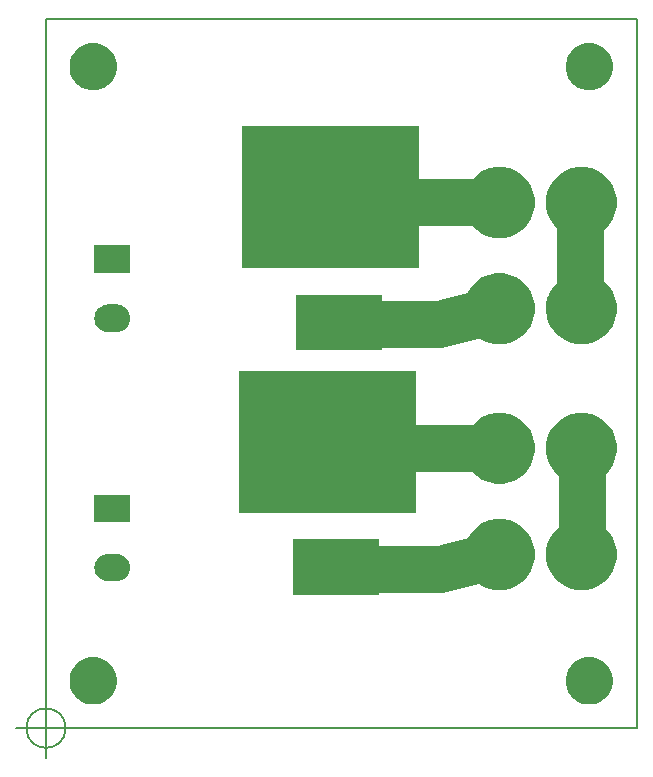
<source format=gbr>
G04 #@! TF.GenerationSoftware,KiCad,Pcbnew,(5.1.5)-3*
G04 #@! TF.CreationDate,2020-03-28T01:07:18-04:00*
G04 #@! TF.ProjectId,MOSTERFET,4d4f5354-4552-4464-9554-2e6b69636164,1.1*
G04 #@! TF.SameCoordinates,Original*
G04 #@! TF.FileFunction,Soldermask,Bot*
G04 #@! TF.FilePolarity,Negative*
%FSLAX46Y46*%
G04 Gerber Fmt 4.6, Leading zero omitted, Abs format (unit mm)*
G04 Created by KiCad (PCBNEW (5.1.5)-3) date 2020-03-28 01:07:18*
%MOMM*%
%LPD*%
G04 APERTURE LIST*
%ADD10C,4.000000*%
%ADD11C,0.150000*%
%ADD12C,0.100000*%
G04 APERTURE END LIST*
D10*
X118250000Y-72500000D02*
X118250000Y-81500000D01*
X118350000Y-93300000D02*
X118350000Y-102300000D01*
X106250000Y-82750000D02*
X96500000Y-82750000D01*
X111250000Y-81500000D02*
X106250000Y-82750000D01*
X106350000Y-103550000D02*
X96600000Y-103550000D01*
X111350000Y-102300000D02*
X106350000Y-103550000D01*
X111350000Y-93300000D02*
X100350000Y-93300000D01*
X111250000Y-72500000D02*
X100250000Y-72500000D01*
D11*
X74666666Y-117000000D02*
G75*
G03X74666666Y-117000000I-1666666J0D01*
G01*
X70500000Y-117000000D02*
X75500000Y-117000000D01*
X73000000Y-114500000D02*
X73000000Y-119500000D01*
X73000000Y-117000000D02*
X123000000Y-117000000D01*
X73000000Y-57000000D02*
X123000000Y-57000000D01*
X123000000Y-117000000D02*
X123000000Y-57000000D01*
X73000000Y-117000000D02*
X73000000Y-57000000D01*
X73000000Y-117000000D02*
X73250000Y-117000000D01*
X73000000Y-117000000D02*
X121000000Y-117000000D01*
D12*
G36*
X119293582Y-111019215D02*
G01*
X119583381Y-111076859D01*
X119947356Y-111227623D01*
X120274921Y-111446495D01*
X120274923Y-111446497D01*
X120274926Y-111446499D01*
X120553501Y-111725074D01*
X120553503Y-111725077D01*
X120553505Y-111725079D01*
X120772377Y-112052644D01*
X120923141Y-112416619D01*
X121000000Y-112803018D01*
X121000000Y-113196982D01*
X120923141Y-113583381D01*
X120772377Y-113947356D01*
X120553505Y-114274921D01*
X120553503Y-114274923D01*
X120553501Y-114274926D01*
X120274926Y-114553501D01*
X120274923Y-114553503D01*
X120274921Y-114553505D01*
X119947356Y-114772377D01*
X119583381Y-114923141D01*
X119293582Y-114980785D01*
X119196983Y-115000000D01*
X118803017Y-115000000D01*
X118706418Y-114980785D01*
X118416619Y-114923141D01*
X118052644Y-114772377D01*
X117725079Y-114553505D01*
X117725077Y-114553503D01*
X117725074Y-114553501D01*
X117446499Y-114274926D01*
X117446497Y-114274923D01*
X117446495Y-114274921D01*
X117227623Y-113947356D01*
X117076859Y-113583381D01*
X117000000Y-113196982D01*
X117000000Y-112803018D01*
X117076859Y-112416619D01*
X117227623Y-112052644D01*
X117446495Y-111725079D01*
X117446497Y-111725077D01*
X117446499Y-111725074D01*
X117725074Y-111446499D01*
X117725077Y-111446497D01*
X117725079Y-111446495D01*
X118052644Y-111227623D01*
X118416619Y-111076859D01*
X118706418Y-111019215D01*
X118803017Y-111000000D01*
X119196983Y-111000000D01*
X119293582Y-111019215D01*
G37*
G36*
X77293582Y-111019215D02*
G01*
X77583381Y-111076859D01*
X77947356Y-111227623D01*
X78274921Y-111446495D01*
X78274923Y-111446497D01*
X78274926Y-111446499D01*
X78553501Y-111725074D01*
X78553503Y-111725077D01*
X78553505Y-111725079D01*
X78772377Y-112052644D01*
X78923141Y-112416619D01*
X79000000Y-112803018D01*
X79000000Y-113196982D01*
X78923141Y-113583381D01*
X78772377Y-113947356D01*
X78553505Y-114274921D01*
X78553503Y-114274923D01*
X78553501Y-114274926D01*
X78274926Y-114553501D01*
X78274923Y-114553503D01*
X78274921Y-114553505D01*
X77947356Y-114772377D01*
X77583381Y-114923141D01*
X77293582Y-114980785D01*
X77196983Y-115000000D01*
X76803017Y-115000000D01*
X76706418Y-114980785D01*
X76416619Y-114923141D01*
X76052644Y-114772377D01*
X75725079Y-114553505D01*
X75725077Y-114553503D01*
X75725074Y-114553501D01*
X75446499Y-114274926D01*
X75446497Y-114274923D01*
X75446495Y-114274921D01*
X75227623Y-113947356D01*
X75076859Y-113583381D01*
X75000000Y-113196982D01*
X75000000Y-112803018D01*
X75076859Y-112416619D01*
X75227623Y-112052644D01*
X75446495Y-111725079D01*
X75446497Y-111725077D01*
X75446499Y-111725074D01*
X75725074Y-111446499D01*
X75725077Y-111446497D01*
X75725079Y-111446495D01*
X76052644Y-111227623D01*
X76416619Y-111076859D01*
X76706418Y-111019215D01*
X76803017Y-111000000D01*
X77196983Y-111000000D01*
X77293582Y-111019215D01*
G37*
G36*
X101200000Y-105700000D02*
G01*
X93900000Y-105700000D01*
X93900000Y-101000000D01*
X101200000Y-101000000D01*
X101200000Y-105700000D01*
G37*
G36*
X119200068Y-99415288D02*
G01*
X119200070Y-99415289D01*
X119200071Y-99415289D01*
X119746034Y-99641434D01*
X120237384Y-99969744D01*
X120237386Y-99969746D01*
X120237389Y-99969748D01*
X120655252Y-100387611D01*
X120655254Y-100387614D01*
X120655256Y-100387616D01*
X120983566Y-100878966D01*
X121209711Y-101424929D01*
X121209712Y-101424932D01*
X121325000Y-102004526D01*
X121325000Y-102595474D01*
X121210788Y-103169660D01*
X121209711Y-103175071D01*
X120983566Y-103721034D01*
X120655256Y-104212384D01*
X120655254Y-104212386D01*
X120655252Y-104212389D01*
X120237389Y-104630252D01*
X120237386Y-104630254D01*
X120237384Y-104630256D01*
X119746034Y-104958566D01*
X119200071Y-105184711D01*
X119200070Y-105184711D01*
X119200068Y-105184712D01*
X118620474Y-105300000D01*
X118029526Y-105300000D01*
X117449932Y-105184712D01*
X117449930Y-105184711D01*
X117449929Y-105184711D01*
X116903966Y-104958566D01*
X116412616Y-104630256D01*
X116412614Y-104630254D01*
X116412611Y-104630252D01*
X115994748Y-104212389D01*
X115994746Y-104212386D01*
X115994744Y-104212384D01*
X115666434Y-103721034D01*
X115440289Y-103175071D01*
X115439213Y-103169660D01*
X115325000Y-102595474D01*
X115325000Y-102004526D01*
X115440288Y-101424932D01*
X115440289Y-101424929D01*
X115666434Y-100878966D01*
X115994744Y-100387616D01*
X115994746Y-100387614D01*
X115994748Y-100387611D01*
X116412611Y-99969748D01*
X116412614Y-99969746D01*
X116412616Y-99969744D01*
X116903966Y-99641434D01*
X117449929Y-99415289D01*
X117449930Y-99415289D01*
X117449932Y-99415288D01*
X118029526Y-99300000D01*
X118620474Y-99300000D01*
X119200068Y-99415288D01*
G37*
G36*
X112250068Y-99415288D02*
G01*
X112250070Y-99415289D01*
X112250071Y-99415289D01*
X112796034Y-99641434D01*
X113287384Y-99969744D01*
X113287386Y-99969746D01*
X113287389Y-99969748D01*
X113705252Y-100387611D01*
X113705254Y-100387614D01*
X113705256Y-100387616D01*
X114033566Y-100878966D01*
X114259711Y-101424929D01*
X114259712Y-101424932D01*
X114375000Y-102004526D01*
X114375000Y-102595474D01*
X114260788Y-103169660D01*
X114259711Y-103175071D01*
X114033566Y-103721034D01*
X113705256Y-104212384D01*
X113705254Y-104212386D01*
X113705252Y-104212389D01*
X113287389Y-104630252D01*
X113287386Y-104630254D01*
X113287384Y-104630256D01*
X112796034Y-104958566D01*
X112250071Y-105184711D01*
X112250070Y-105184711D01*
X112250068Y-105184712D01*
X111670474Y-105300000D01*
X111079526Y-105300000D01*
X110499932Y-105184712D01*
X110499930Y-105184711D01*
X110499929Y-105184711D01*
X109953966Y-104958566D01*
X109462616Y-104630256D01*
X109462614Y-104630254D01*
X109462611Y-104630252D01*
X109044748Y-104212389D01*
X109044746Y-104212386D01*
X109044744Y-104212384D01*
X108716434Y-103721034D01*
X108490289Y-103175071D01*
X108489213Y-103169660D01*
X108375000Y-102595474D01*
X108375000Y-102004526D01*
X108490288Y-101424932D01*
X108490289Y-101424929D01*
X108716434Y-100878966D01*
X109044744Y-100387616D01*
X109044746Y-100387614D01*
X109044748Y-100387611D01*
X109462611Y-99969748D01*
X109462614Y-99969746D01*
X109462616Y-99969744D01*
X109953966Y-99641434D01*
X110499929Y-99415289D01*
X110499930Y-99415289D01*
X110499932Y-99415288D01*
X111079526Y-99300000D01*
X111670474Y-99300000D01*
X112250068Y-99415288D01*
G37*
G36*
X79155340Y-102242002D02*
G01*
X79376829Y-102309189D01*
X79376831Y-102309190D01*
X79580955Y-102418297D01*
X79759871Y-102565129D01*
X79906703Y-102744045D01*
X79906704Y-102744047D01*
X80015811Y-102948171D01*
X80082998Y-103169660D01*
X80105685Y-103400000D01*
X80082998Y-103630340D01*
X80015811Y-103851829D01*
X80015810Y-103851831D01*
X79906703Y-104055955D01*
X79759871Y-104234871D01*
X79580955Y-104381703D01*
X79580953Y-104381704D01*
X79376829Y-104490811D01*
X79155340Y-104557998D01*
X78982720Y-104575000D01*
X78217280Y-104575000D01*
X78044660Y-104557998D01*
X77823171Y-104490811D01*
X77619047Y-104381704D01*
X77619045Y-104381703D01*
X77440129Y-104234871D01*
X77293297Y-104055955D01*
X77184190Y-103851831D01*
X77184189Y-103851829D01*
X77117002Y-103630340D01*
X77094315Y-103400000D01*
X77117002Y-103169660D01*
X77184189Y-102948171D01*
X77293296Y-102744047D01*
X77293297Y-102744045D01*
X77440129Y-102565129D01*
X77619045Y-102418297D01*
X77823169Y-102309190D01*
X77823171Y-102309189D01*
X78044660Y-102242002D01*
X78217280Y-102225000D01*
X78982720Y-102225000D01*
X79155340Y-102242002D01*
G37*
G36*
X80100000Y-99575000D02*
G01*
X77100000Y-99575000D01*
X77100000Y-97225000D01*
X80100000Y-97225000D01*
X80100000Y-99575000D01*
G37*
G36*
X104350000Y-98800000D02*
G01*
X89350000Y-98800000D01*
X89350000Y-86800000D01*
X104350000Y-86800000D01*
X104350000Y-98800000D01*
G37*
G36*
X112250068Y-90415288D02*
G01*
X112250070Y-90415289D01*
X112250071Y-90415289D01*
X112796034Y-90641434D01*
X113287384Y-90969744D01*
X113287386Y-90969746D01*
X113287389Y-90969748D01*
X113705252Y-91387611D01*
X113705254Y-91387614D01*
X113705256Y-91387616D01*
X114033566Y-91878966D01*
X114259711Y-92424929D01*
X114375000Y-93004527D01*
X114375000Y-93595473D01*
X114259711Y-94175071D01*
X114033566Y-94721034D01*
X113705256Y-95212384D01*
X113705254Y-95212386D01*
X113705252Y-95212389D01*
X113287389Y-95630252D01*
X113287386Y-95630254D01*
X113287384Y-95630256D01*
X112796034Y-95958566D01*
X112250071Y-96184711D01*
X112250070Y-96184711D01*
X112250068Y-96184712D01*
X111670474Y-96300000D01*
X111079526Y-96300000D01*
X110499932Y-96184712D01*
X110499930Y-96184711D01*
X110499929Y-96184711D01*
X109953966Y-95958566D01*
X109462616Y-95630256D01*
X109462614Y-95630254D01*
X109462611Y-95630252D01*
X109044748Y-95212389D01*
X109044746Y-95212386D01*
X109044744Y-95212384D01*
X108716434Y-94721034D01*
X108490289Y-94175071D01*
X108375000Y-93595473D01*
X108375000Y-93004527D01*
X108490289Y-92424929D01*
X108716434Y-91878966D01*
X109044744Y-91387616D01*
X109044746Y-91387614D01*
X109044748Y-91387611D01*
X109462611Y-90969748D01*
X109462614Y-90969746D01*
X109462616Y-90969744D01*
X109953966Y-90641434D01*
X110499929Y-90415289D01*
X110499930Y-90415289D01*
X110499932Y-90415288D01*
X111079526Y-90300000D01*
X111670474Y-90300000D01*
X112250068Y-90415288D01*
G37*
G36*
X119200068Y-90415288D02*
G01*
X119200070Y-90415289D01*
X119200071Y-90415289D01*
X119746034Y-90641434D01*
X120237384Y-90969744D01*
X120237386Y-90969746D01*
X120237389Y-90969748D01*
X120655252Y-91387611D01*
X120655254Y-91387614D01*
X120655256Y-91387616D01*
X120983566Y-91878966D01*
X121209711Y-92424929D01*
X121325000Y-93004527D01*
X121325000Y-93595473D01*
X121209711Y-94175071D01*
X120983566Y-94721034D01*
X120655256Y-95212384D01*
X120655254Y-95212386D01*
X120655252Y-95212389D01*
X120237389Y-95630252D01*
X120237386Y-95630254D01*
X120237384Y-95630256D01*
X119746034Y-95958566D01*
X119200071Y-96184711D01*
X119200070Y-96184711D01*
X119200068Y-96184712D01*
X118620474Y-96300000D01*
X118029526Y-96300000D01*
X117449932Y-96184712D01*
X117449930Y-96184711D01*
X117449929Y-96184711D01*
X116903966Y-95958566D01*
X116412616Y-95630256D01*
X116412614Y-95630254D01*
X116412611Y-95630252D01*
X115994748Y-95212389D01*
X115994746Y-95212386D01*
X115994744Y-95212384D01*
X115666434Y-94721034D01*
X115440289Y-94175071D01*
X115325000Y-93595473D01*
X115325000Y-93004527D01*
X115440289Y-92424929D01*
X115666434Y-91878966D01*
X115994744Y-91387616D01*
X115994746Y-91387614D01*
X115994748Y-91387611D01*
X116412611Y-90969748D01*
X116412614Y-90969746D01*
X116412616Y-90969744D01*
X116903966Y-90641434D01*
X117449929Y-90415289D01*
X117449930Y-90415289D01*
X117449932Y-90415288D01*
X118029526Y-90300000D01*
X118620474Y-90300000D01*
X119200068Y-90415288D01*
G37*
G36*
X101450000Y-85000000D02*
G01*
X94150000Y-85000000D01*
X94150000Y-80300000D01*
X101450000Y-80300000D01*
X101450000Y-85000000D01*
G37*
G36*
X119200068Y-78615288D02*
G01*
X119200070Y-78615289D01*
X119200071Y-78615289D01*
X119746034Y-78841434D01*
X120237384Y-79169744D01*
X120237386Y-79169746D01*
X120237389Y-79169748D01*
X120655252Y-79587611D01*
X120655254Y-79587614D01*
X120655256Y-79587616D01*
X120983566Y-80078966D01*
X121076412Y-80303116D01*
X121209712Y-80624932D01*
X121325000Y-81204526D01*
X121325000Y-81795474D01*
X121270461Y-82069663D01*
X121209711Y-82375071D01*
X120983566Y-82921034D01*
X120655256Y-83412384D01*
X120655254Y-83412386D01*
X120655252Y-83412389D01*
X120237389Y-83830252D01*
X120237386Y-83830254D01*
X120237384Y-83830256D01*
X119746034Y-84158566D01*
X119200071Y-84384711D01*
X119200070Y-84384711D01*
X119200068Y-84384712D01*
X118620474Y-84500000D01*
X118029526Y-84500000D01*
X117449932Y-84384712D01*
X117449930Y-84384711D01*
X117449929Y-84384711D01*
X116903966Y-84158566D01*
X116412616Y-83830256D01*
X116412614Y-83830254D01*
X116412611Y-83830252D01*
X115994748Y-83412389D01*
X115994746Y-83412386D01*
X115994744Y-83412384D01*
X115666434Y-82921034D01*
X115440289Y-82375071D01*
X115379540Y-82069663D01*
X115325000Y-81795474D01*
X115325000Y-81204526D01*
X115440288Y-80624932D01*
X115573588Y-80303116D01*
X115666434Y-80078966D01*
X115994744Y-79587616D01*
X115994746Y-79587614D01*
X115994748Y-79587611D01*
X116412611Y-79169748D01*
X116412614Y-79169746D01*
X116412616Y-79169744D01*
X116903966Y-78841434D01*
X117449929Y-78615289D01*
X117449930Y-78615289D01*
X117449932Y-78615288D01*
X118029526Y-78500000D01*
X118620474Y-78500000D01*
X119200068Y-78615288D01*
G37*
G36*
X112250068Y-78615288D02*
G01*
X112250070Y-78615289D01*
X112250071Y-78615289D01*
X112796034Y-78841434D01*
X113287384Y-79169744D01*
X113287386Y-79169746D01*
X113287389Y-79169748D01*
X113705252Y-79587611D01*
X113705254Y-79587614D01*
X113705256Y-79587616D01*
X114033566Y-80078966D01*
X114126412Y-80303116D01*
X114259712Y-80624932D01*
X114375000Y-81204526D01*
X114375000Y-81795474D01*
X114320461Y-82069663D01*
X114259711Y-82375071D01*
X114033566Y-82921034D01*
X113705256Y-83412384D01*
X113705254Y-83412386D01*
X113705252Y-83412389D01*
X113287389Y-83830252D01*
X113287386Y-83830254D01*
X113287384Y-83830256D01*
X112796034Y-84158566D01*
X112250071Y-84384711D01*
X112250070Y-84384711D01*
X112250068Y-84384712D01*
X111670474Y-84500000D01*
X111079526Y-84500000D01*
X110499932Y-84384712D01*
X110499930Y-84384711D01*
X110499929Y-84384711D01*
X109953966Y-84158566D01*
X109462616Y-83830256D01*
X109462614Y-83830254D01*
X109462611Y-83830252D01*
X109044748Y-83412389D01*
X109044746Y-83412386D01*
X109044744Y-83412384D01*
X108716434Y-82921034D01*
X108490289Y-82375071D01*
X108429540Y-82069663D01*
X108375000Y-81795474D01*
X108375000Y-81204526D01*
X108490288Y-80624932D01*
X108623588Y-80303116D01*
X108716434Y-80078966D01*
X109044744Y-79587616D01*
X109044746Y-79587614D01*
X109044748Y-79587611D01*
X109462611Y-79169748D01*
X109462614Y-79169746D01*
X109462616Y-79169744D01*
X109953966Y-78841434D01*
X110499929Y-78615289D01*
X110499930Y-78615289D01*
X110499932Y-78615288D01*
X111079526Y-78500000D01*
X111670474Y-78500000D01*
X112250068Y-78615288D01*
G37*
G36*
X79155340Y-81142002D02*
G01*
X79376829Y-81209189D01*
X79376831Y-81209190D01*
X79580955Y-81318297D01*
X79759871Y-81465129D01*
X79906703Y-81644045D01*
X79906704Y-81644047D01*
X80015811Y-81848171D01*
X80082998Y-82069660D01*
X80105685Y-82300000D01*
X80082998Y-82530340D01*
X80015811Y-82751829D01*
X80015810Y-82751831D01*
X79906703Y-82955955D01*
X79759871Y-83134871D01*
X79580955Y-83281703D01*
X79580953Y-83281704D01*
X79376829Y-83390811D01*
X79155340Y-83457998D01*
X78982720Y-83475000D01*
X78217280Y-83475000D01*
X78044660Y-83457998D01*
X77823171Y-83390811D01*
X77619047Y-83281704D01*
X77619045Y-83281703D01*
X77440129Y-83134871D01*
X77293297Y-82955955D01*
X77184190Y-82751831D01*
X77184189Y-82751829D01*
X77117002Y-82530340D01*
X77094315Y-82300000D01*
X77117002Y-82069660D01*
X77184189Y-81848171D01*
X77293296Y-81644047D01*
X77293297Y-81644045D01*
X77440129Y-81465129D01*
X77619045Y-81318297D01*
X77823169Y-81209190D01*
X77823171Y-81209189D01*
X78044660Y-81142002D01*
X78217280Y-81125000D01*
X78982720Y-81125000D01*
X79155340Y-81142002D01*
G37*
G36*
X80100000Y-78475000D02*
G01*
X77100000Y-78475000D01*
X77100000Y-76125000D01*
X80100000Y-76125000D01*
X80100000Y-78475000D01*
G37*
G36*
X104600000Y-78050000D02*
G01*
X89600000Y-78050000D01*
X89600000Y-66050000D01*
X104600000Y-66050000D01*
X104600000Y-78050000D01*
G37*
G36*
X119200068Y-69615288D02*
G01*
X119200070Y-69615289D01*
X119200071Y-69615289D01*
X119746034Y-69841434D01*
X120237384Y-70169744D01*
X120237386Y-70169746D01*
X120237389Y-70169748D01*
X120655252Y-70587611D01*
X120655254Y-70587614D01*
X120655256Y-70587616D01*
X120983566Y-71078966D01*
X121209711Y-71624929D01*
X121325000Y-72204527D01*
X121325000Y-72795473D01*
X121209711Y-73375071D01*
X120983566Y-73921034D01*
X120655256Y-74412384D01*
X120655254Y-74412386D01*
X120655252Y-74412389D01*
X120237389Y-74830252D01*
X120237386Y-74830254D01*
X120237384Y-74830256D01*
X119746034Y-75158566D01*
X119200071Y-75384711D01*
X119200070Y-75384711D01*
X119200068Y-75384712D01*
X118620474Y-75500000D01*
X118029526Y-75500000D01*
X117449932Y-75384712D01*
X117449930Y-75384711D01*
X117449929Y-75384711D01*
X116903966Y-75158566D01*
X116412616Y-74830256D01*
X116412614Y-74830254D01*
X116412611Y-74830252D01*
X115994748Y-74412389D01*
X115994746Y-74412386D01*
X115994744Y-74412384D01*
X115666434Y-73921034D01*
X115440289Y-73375071D01*
X115325000Y-72795473D01*
X115325000Y-72204527D01*
X115440289Y-71624929D01*
X115666434Y-71078966D01*
X115994744Y-70587616D01*
X115994746Y-70587614D01*
X115994748Y-70587611D01*
X116412611Y-70169748D01*
X116412614Y-70169746D01*
X116412616Y-70169744D01*
X116903966Y-69841434D01*
X117449929Y-69615289D01*
X117449930Y-69615289D01*
X117449932Y-69615288D01*
X118029526Y-69500000D01*
X118620474Y-69500000D01*
X119200068Y-69615288D01*
G37*
G36*
X112250068Y-69615288D02*
G01*
X112250070Y-69615289D01*
X112250071Y-69615289D01*
X112796034Y-69841434D01*
X113287384Y-70169744D01*
X113287386Y-70169746D01*
X113287389Y-70169748D01*
X113705252Y-70587611D01*
X113705254Y-70587614D01*
X113705256Y-70587616D01*
X114033566Y-71078966D01*
X114259711Y-71624929D01*
X114375000Y-72204527D01*
X114375000Y-72795473D01*
X114259711Y-73375071D01*
X114033566Y-73921034D01*
X113705256Y-74412384D01*
X113705254Y-74412386D01*
X113705252Y-74412389D01*
X113287389Y-74830252D01*
X113287386Y-74830254D01*
X113287384Y-74830256D01*
X112796034Y-75158566D01*
X112250071Y-75384711D01*
X112250070Y-75384711D01*
X112250068Y-75384712D01*
X111670474Y-75500000D01*
X111079526Y-75500000D01*
X110499932Y-75384712D01*
X110499930Y-75384711D01*
X110499929Y-75384711D01*
X109953966Y-75158566D01*
X109462616Y-74830256D01*
X109462614Y-74830254D01*
X109462611Y-74830252D01*
X109044748Y-74412389D01*
X109044746Y-74412386D01*
X109044744Y-74412384D01*
X108716434Y-73921034D01*
X108490289Y-73375071D01*
X108375000Y-72795473D01*
X108375000Y-72204527D01*
X108490289Y-71624929D01*
X108716434Y-71078966D01*
X109044744Y-70587616D01*
X109044746Y-70587614D01*
X109044748Y-70587611D01*
X109462611Y-70169748D01*
X109462614Y-70169746D01*
X109462616Y-70169744D01*
X109953966Y-69841434D01*
X110499929Y-69615289D01*
X110499930Y-69615289D01*
X110499932Y-69615288D01*
X111079526Y-69500000D01*
X111670474Y-69500000D01*
X112250068Y-69615288D01*
G37*
G36*
X119293582Y-59019215D02*
G01*
X119583381Y-59076859D01*
X119947356Y-59227623D01*
X120274921Y-59446495D01*
X120274923Y-59446497D01*
X120274926Y-59446499D01*
X120553501Y-59725074D01*
X120553503Y-59725077D01*
X120553505Y-59725079D01*
X120772377Y-60052644D01*
X120923141Y-60416619D01*
X121000000Y-60803018D01*
X121000000Y-61196982D01*
X120923141Y-61583381D01*
X120772377Y-61947356D01*
X120553505Y-62274921D01*
X120553503Y-62274923D01*
X120553501Y-62274926D01*
X120274926Y-62553501D01*
X120274923Y-62553503D01*
X120274921Y-62553505D01*
X119947356Y-62772377D01*
X119583381Y-62923141D01*
X119293582Y-62980785D01*
X119196983Y-63000000D01*
X118803017Y-63000000D01*
X118706418Y-62980785D01*
X118416619Y-62923141D01*
X118052644Y-62772377D01*
X117725079Y-62553505D01*
X117725077Y-62553503D01*
X117725074Y-62553501D01*
X117446499Y-62274926D01*
X117446497Y-62274923D01*
X117446495Y-62274921D01*
X117227623Y-61947356D01*
X117076859Y-61583381D01*
X117000000Y-61196982D01*
X117000000Y-60803018D01*
X117076859Y-60416619D01*
X117227623Y-60052644D01*
X117446495Y-59725079D01*
X117446497Y-59725077D01*
X117446499Y-59725074D01*
X117725074Y-59446499D01*
X117725077Y-59446497D01*
X117725079Y-59446495D01*
X118052644Y-59227623D01*
X118416619Y-59076859D01*
X118706418Y-59019215D01*
X118803017Y-59000000D01*
X119196983Y-59000000D01*
X119293582Y-59019215D01*
G37*
G36*
X77293582Y-59019215D02*
G01*
X77583381Y-59076859D01*
X77947356Y-59227623D01*
X78274921Y-59446495D01*
X78274923Y-59446497D01*
X78274926Y-59446499D01*
X78553501Y-59725074D01*
X78553503Y-59725077D01*
X78553505Y-59725079D01*
X78772377Y-60052644D01*
X78923141Y-60416619D01*
X79000000Y-60803018D01*
X79000000Y-61196982D01*
X78923141Y-61583381D01*
X78772377Y-61947356D01*
X78553505Y-62274921D01*
X78553503Y-62274923D01*
X78553501Y-62274926D01*
X78274926Y-62553501D01*
X78274923Y-62553503D01*
X78274921Y-62553505D01*
X77947356Y-62772377D01*
X77583381Y-62923141D01*
X77293582Y-62980785D01*
X77196983Y-63000000D01*
X76803017Y-63000000D01*
X76706418Y-62980785D01*
X76416619Y-62923141D01*
X76052644Y-62772377D01*
X75725079Y-62553505D01*
X75725077Y-62553503D01*
X75725074Y-62553501D01*
X75446499Y-62274926D01*
X75446497Y-62274923D01*
X75446495Y-62274921D01*
X75227623Y-61947356D01*
X75076859Y-61583381D01*
X75000000Y-61196982D01*
X75000000Y-60803018D01*
X75076859Y-60416619D01*
X75227623Y-60052644D01*
X75446495Y-59725079D01*
X75446497Y-59725077D01*
X75446499Y-59725074D01*
X75725074Y-59446499D01*
X75725077Y-59446497D01*
X75725079Y-59446495D01*
X76052644Y-59227623D01*
X76416619Y-59076859D01*
X76706418Y-59019215D01*
X76803017Y-59000000D01*
X77196983Y-59000000D01*
X77293582Y-59019215D01*
G37*
M02*

</source>
